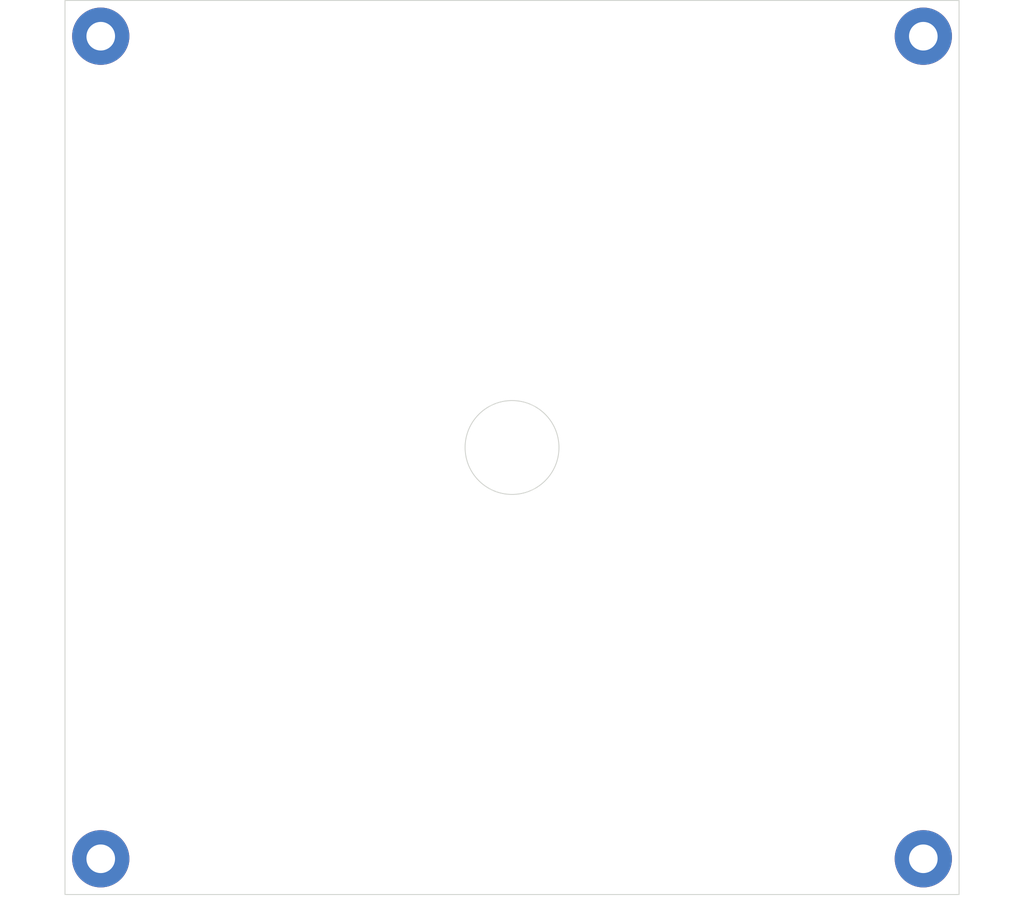
<source format=kicad_pcb>
(kicad_pcb (version 20211014) (generator pcbnew)
  (layers (0 "F.Cu" signal) (31 "B.Cu" signal) (34 "B.Paste" user) (35 "F.Paste" user) (36 "B.SilkS" user "B.Silkscreen") (37 "F.SilkS" user "F.Silkscreen") (38 "B.Mask" user) (39 "F.Mask" user) (44 "Edge.Cuts" user))
  (net 0 "")
  (footprint "MountingHole:MountingHole_3.2mm_M3_Pad" (layer "F.Cu") (at 4 96)
    (fp_text reference "REF**" hide)
    (fp_text value "MountingHole_3.2mm_M3_Pad")
    (pad "1" thru_hole circle locked (at 0 0) (size 6.4 6.4) (drill 3.2) (layers *.Cu *.Mask))
  )
  (footprint "MountingHole:MountingHole_3.2mm_M3_Pad" (layer "F.Cu") (at 4 4)
    (fp_text reference "REF**" hide)
    (fp_text value "MountingHole_3.2mm_M3_Pad")
    (pad "1" thru_hole circle locked (at 0 0) (size 6.4 6.4) (drill 3.2) (layers *.Cu *.Mask))
  )
  (footprint "MountingHole:MountingHole_3.2mm_M3_Pad" (layer "F.Cu") (at 96 96)
    (fp_text reference "REF**" hide)
    (fp_text value "MountingHole_3.2mm_M3_Pad")
    (pad "1" thru_hole circle locked (at 0 0) (size 6.4 6.4) (drill 3.2) (layers *.Cu *.Mask))
  )
  (footprint "MountingHole:MountingHole_3.2mm_M3_Pad" (layer "F.Cu") (at 96 4)
    (fp_text reference "REF**" hide)
    (fp_text value "MountingHole_3.2mm_M3_Pad")
    (pad "1" thru_hole circle locked (at 0 0) (size 6.4 6.4) (drill 3.2) (layers *.Cu *.Mask))
  )
  (gr_rect (start 0 0) (end 100 100) (layer "Edge.Cuts") (width 0.1) (fill none))
  (gr_circle (center 50 50) (end 55.25 50) (layer "Edge.Cuts") (width 0.1) (fill none))
)
</source>
